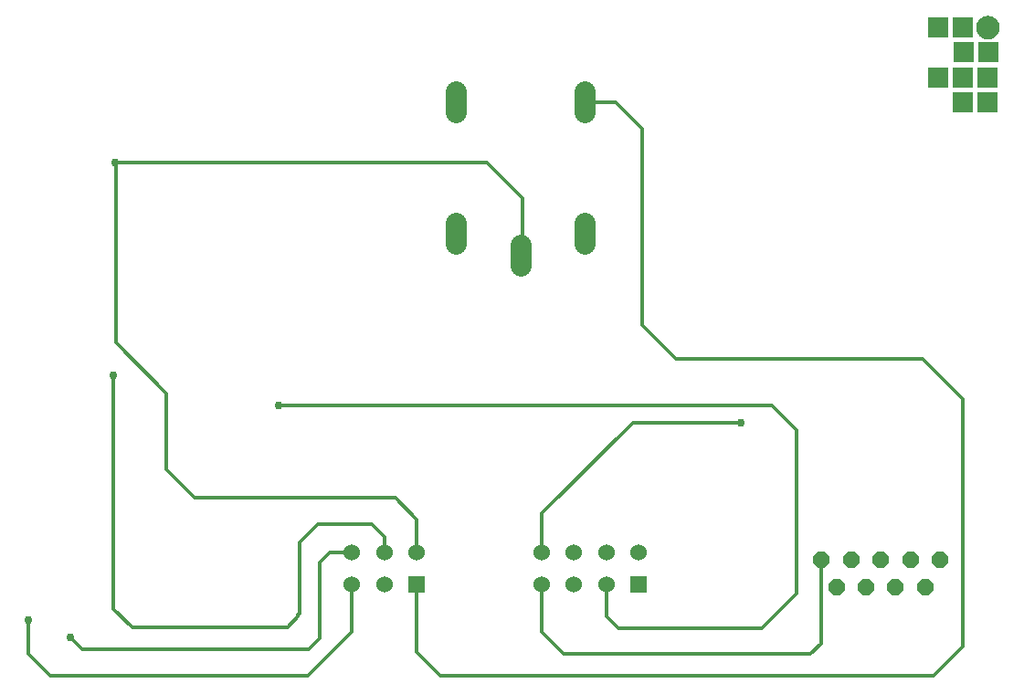
<source format=gbr>
G04 EAGLE Gerber RS-274X export*
G75*
%MOMM*%
%FSLAX34Y34*%
%LPD*%
%INBottom Copper*%
%IPPOS*%
%AMOC8*
5,1,8,0,0,1.08239X$1,22.5*%
G01*
%ADD10R,1.920000X1.940000*%
%ADD11C,0.500000*%
%ADD12P,1.649562X8X202.500000*%
%ADD13C,1.530000*%
%ADD14R,1.530000X1.530000*%
%ADD15C,1.981200*%
%ADD16C,0.756400*%
%ADD17C,0.304800*%


D10*
X929453Y592995D03*
X929253Y569995D03*
X929253Y546795D03*
D11*
X920877Y615895D02*
X920880Y616101D01*
X920887Y616306D01*
X920900Y616511D01*
X920917Y616716D01*
X920940Y616920D01*
X920968Y617124D01*
X921000Y617327D01*
X921038Y617529D01*
X921081Y617730D01*
X921128Y617930D01*
X921180Y618129D01*
X921238Y618326D01*
X921300Y618522D01*
X921367Y618717D01*
X921438Y618909D01*
X921515Y619100D01*
X921596Y619289D01*
X921681Y619476D01*
X921771Y619661D01*
X921866Y619843D01*
X921965Y620024D01*
X922069Y620201D01*
X922177Y620376D01*
X922289Y620548D01*
X922405Y620718D01*
X922525Y620885D01*
X922650Y621048D01*
X922778Y621209D01*
X922911Y621366D01*
X923047Y621520D01*
X923187Y621671D01*
X923330Y621818D01*
X923477Y621961D01*
X923628Y622101D01*
X923782Y622237D01*
X923939Y622370D01*
X924100Y622498D01*
X924263Y622623D01*
X924430Y622743D01*
X924600Y622859D01*
X924772Y622971D01*
X924947Y623079D01*
X925124Y623183D01*
X925305Y623282D01*
X925487Y623377D01*
X925672Y623467D01*
X925859Y623552D01*
X926048Y623633D01*
X926239Y623710D01*
X926431Y623781D01*
X926626Y623848D01*
X926822Y623910D01*
X927019Y623968D01*
X927218Y624020D01*
X927418Y624067D01*
X927619Y624110D01*
X927821Y624148D01*
X928024Y624180D01*
X928228Y624208D01*
X928432Y624231D01*
X928637Y624248D01*
X928842Y624261D01*
X929047Y624268D01*
X929253Y624271D01*
X929459Y624268D01*
X929664Y624261D01*
X929869Y624248D01*
X930074Y624231D01*
X930278Y624208D01*
X930482Y624180D01*
X930685Y624148D01*
X930887Y624110D01*
X931088Y624067D01*
X931288Y624020D01*
X931487Y623968D01*
X931684Y623910D01*
X931880Y623848D01*
X932075Y623781D01*
X932267Y623710D01*
X932458Y623633D01*
X932647Y623552D01*
X932834Y623467D01*
X933019Y623377D01*
X933201Y623282D01*
X933382Y623183D01*
X933559Y623079D01*
X933734Y622971D01*
X933906Y622859D01*
X934076Y622743D01*
X934243Y622623D01*
X934406Y622498D01*
X934567Y622370D01*
X934724Y622237D01*
X934878Y622101D01*
X935029Y621961D01*
X935176Y621818D01*
X935319Y621671D01*
X935459Y621520D01*
X935595Y621366D01*
X935728Y621209D01*
X935856Y621048D01*
X935981Y620885D01*
X936101Y620718D01*
X936217Y620548D01*
X936329Y620376D01*
X936437Y620201D01*
X936541Y620024D01*
X936640Y619843D01*
X936735Y619661D01*
X936825Y619476D01*
X936910Y619289D01*
X936991Y619100D01*
X937068Y618909D01*
X937139Y618717D01*
X937206Y618522D01*
X937268Y618326D01*
X937326Y618129D01*
X937378Y617930D01*
X937425Y617730D01*
X937468Y617529D01*
X937506Y617327D01*
X937538Y617124D01*
X937566Y616920D01*
X937589Y616716D01*
X937606Y616511D01*
X937619Y616306D01*
X937626Y616101D01*
X937629Y615895D01*
X937626Y615689D01*
X937619Y615484D01*
X937606Y615279D01*
X937589Y615074D01*
X937566Y614870D01*
X937538Y614666D01*
X937506Y614463D01*
X937468Y614261D01*
X937425Y614060D01*
X937378Y613860D01*
X937326Y613661D01*
X937268Y613464D01*
X937206Y613268D01*
X937139Y613073D01*
X937068Y612881D01*
X936991Y612690D01*
X936910Y612501D01*
X936825Y612314D01*
X936735Y612129D01*
X936640Y611947D01*
X936541Y611766D01*
X936437Y611589D01*
X936329Y611414D01*
X936217Y611242D01*
X936101Y611072D01*
X935981Y610905D01*
X935856Y610742D01*
X935728Y610581D01*
X935595Y610424D01*
X935459Y610270D01*
X935319Y610119D01*
X935176Y609972D01*
X935029Y609829D01*
X934878Y609689D01*
X934724Y609553D01*
X934567Y609420D01*
X934406Y609292D01*
X934243Y609167D01*
X934076Y609047D01*
X933906Y608931D01*
X933734Y608819D01*
X933559Y608711D01*
X933382Y608607D01*
X933201Y608508D01*
X933019Y608413D01*
X932834Y608323D01*
X932647Y608238D01*
X932458Y608157D01*
X932267Y608080D01*
X932075Y608009D01*
X931880Y607942D01*
X931684Y607880D01*
X931487Y607822D01*
X931288Y607770D01*
X931088Y607723D01*
X930887Y607680D01*
X930685Y607642D01*
X930482Y607610D01*
X930278Y607582D01*
X930074Y607559D01*
X929869Y607542D01*
X929664Y607529D01*
X929459Y607522D01*
X929253Y607519D01*
X929047Y607522D01*
X928842Y607529D01*
X928637Y607542D01*
X928432Y607559D01*
X928228Y607582D01*
X928024Y607610D01*
X927821Y607642D01*
X927619Y607680D01*
X927418Y607723D01*
X927218Y607770D01*
X927019Y607822D01*
X926822Y607880D01*
X926626Y607942D01*
X926431Y608009D01*
X926239Y608080D01*
X926048Y608157D01*
X925859Y608238D01*
X925672Y608323D01*
X925487Y608413D01*
X925305Y608508D01*
X925124Y608607D01*
X924947Y608711D01*
X924772Y608819D01*
X924600Y608931D01*
X924430Y609047D01*
X924263Y609167D01*
X924100Y609292D01*
X923939Y609420D01*
X923782Y609553D01*
X923628Y609689D01*
X923477Y609829D01*
X923330Y609972D01*
X923187Y610119D01*
X923047Y610270D01*
X922911Y610424D01*
X922778Y610581D01*
X922650Y610742D01*
X922525Y610905D01*
X922405Y611072D01*
X922289Y611242D01*
X922177Y611414D01*
X922069Y611589D01*
X921965Y611766D01*
X921866Y611947D01*
X921771Y612129D01*
X921681Y612314D01*
X921596Y612501D01*
X921515Y612690D01*
X921438Y612881D01*
X921367Y613073D01*
X921300Y613268D01*
X921238Y613464D01*
X921180Y613661D01*
X921128Y613860D01*
X921081Y614060D01*
X921038Y614261D01*
X921000Y614463D01*
X920968Y614666D01*
X920940Y614870D01*
X920917Y615074D01*
X920900Y615279D01*
X920887Y615484D01*
X920880Y615689D01*
X920877Y615895D01*
X925695Y616095D02*
X925697Y616217D01*
X925703Y616340D01*
X925713Y616461D01*
X925727Y616583D01*
X925745Y616704D01*
X925766Y616824D01*
X925792Y616944D01*
X925822Y617063D01*
X925855Y617180D01*
X925892Y617297D01*
X925933Y617412D01*
X925978Y617526D01*
X926027Y617638D01*
X926079Y617749D01*
X926134Y617858D01*
X926193Y617965D01*
X926256Y618070D01*
X926322Y618173D01*
X926391Y618274D01*
X926464Y618373D01*
X926540Y618469D01*
X926618Y618562D01*
X926700Y618653D01*
X926785Y618741D01*
X926872Y618827D01*
X926963Y618909D01*
X927056Y618989D01*
X927151Y619066D01*
X927249Y619139D01*
X927349Y619209D01*
X927452Y619276D01*
X927556Y619339D01*
X927663Y619399D01*
X927771Y619456D01*
X927882Y619509D01*
X927994Y619558D01*
X928107Y619604D01*
X928222Y619646D01*
X928338Y619684D01*
X928456Y619718D01*
X928574Y619749D01*
X928694Y619775D01*
X928814Y619798D01*
X928935Y619817D01*
X929056Y619832D01*
X929178Y619843D01*
X929300Y619850D01*
X929422Y619853D01*
X929545Y619852D01*
X929667Y619847D01*
X929789Y619838D01*
X929911Y619825D01*
X930032Y619808D01*
X930152Y619787D01*
X930272Y619763D01*
X930391Y619734D01*
X930509Y619702D01*
X930626Y619665D01*
X930742Y619625D01*
X930856Y619581D01*
X930968Y619534D01*
X931080Y619483D01*
X931189Y619428D01*
X931297Y619370D01*
X931402Y619308D01*
X931506Y619243D01*
X931607Y619174D01*
X931706Y619103D01*
X931803Y619028D01*
X931897Y618950D01*
X931989Y618869D01*
X932078Y618785D01*
X932164Y618698D01*
X932247Y618608D01*
X932327Y618516D01*
X932405Y618421D01*
X932479Y618324D01*
X932550Y618224D01*
X932617Y618122D01*
X932682Y618018D01*
X932743Y617912D01*
X932800Y617804D01*
X932854Y617694D01*
X932904Y617582D01*
X932951Y617469D01*
X932994Y617355D01*
X933033Y617239D01*
X933068Y617122D01*
X933100Y617003D01*
X933127Y616884D01*
X933151Y616764D01*
X933171Y616644D01*
X933187Y616522D01*
X933199Y616401D01*
X933207Y616278D01*
X933211Y616156D01*
X933211Y616034D01*
X933207Y615912D01*
X933199Y615789D01*
X933187Y615668D01*
X933171Y615546D01*
X933151Y615426D01*
X933127Y615306D01*
X933100Y615187D01*
X933068Y615068D01*
X933033Y614951D01*
X932994Y614835D01*
X932951Y614721D01*
X932904Y614608D01*
X932854Y614496D01*
X932800Y614386D01*
X932743Y614278D01*
X932682Y614172D01*
X932617Y614068D01*
X932550Y613966D01*
X932479Y613866D01*
X932405Y613769D01*
X932327Y613674D01*
X932247Y613582D01*
X932164Y613492D01*
X932078Y613405D01*
X931989Y613321D01*
X931897Y613240D01*
X931803Y613162D01*
X931706Y613087D01*
X931607Y613016D01*
X931506Y612947D01*
X931402Y612882D01*
X931297Y612820D01*
X931189Y612762D01*
X931080Y612707D01*
X930968Y612656D01*
X930856Y612609D01*
X930742Y612565D01*
X930626Y612525D01*
X930509Y612488D01*
X930391Y612456D01*
X930272Y612427D01*
X930152Y612403D01*
X930032Y612382D01*
X929911Y612365D01*
X929789Y612352D01*
X929667Y612343D01*
X929545Y612338D01*
X929422Y612337D01*
X929300Y612340D01*
X929178Y612347D01*
X929056Y612358D01*
X928935Y612373D01*
X928814Y612392D01*
X928694Y612415D01*
X928574Y612441D01*
X928456Y612472D01*
X928338Y612506D01*
X928222Y612544D01*
X928107Y612586D01*
X927994Y612632D01*
X927882Y612681D01*
X927771Y612734D01*
X927663Y612791D01*
X927556Y612851D01*
X927452Y612914D01*
X927349Y612981D01*
X927249Y613051D01*
X927151Y613124D01*
X927056Y613201D01*
X926963Y613281D01*
X926872Y613363D01*
X926785Y613449D01*
X926700Y613537D01*
X926618Y613628D01*
X926540Y613721D01*
X926464Y613817D01*
X926391Y613916D01*
X926322Y614017D01*
X926256Y614120D01*
X926193Y614225D01*
X926134Y614332D01*
X926079Y614441D01*
X926027Y614552D01*
X925978Y614664D01*
X925933Y614778D01*
X925892Y614893D01*
X925855Y615010D01*
X925822Y615127D01*
X925792Y615246D01*
X925766Y615366D01*
X925745Y615486D01*
X925727Y615607D01*
X925713Y615729D01*
X925703Y615850D01*
X925697Y615973D01*
X925695Y616095D01*
X928821Y616295D02*
X928823Y616345D01*
X928829Y616394D01*
X928838Y616443D01*
X928852Y616490D01*
X928869Y616537D01*
X928890Y616582D01*
X928914Y616625D01*
X928942Y616666D01*
X928972Y616705D01*
X929006Y616742D01*
X929043Y616776D01*
X929082Y616806D01*
X929123Y616834D01*
X929166Y616858D01*
X929211Y616879D01*
X929258Y616896D01*
X929305Y616910D01*
X929354Y616919D01*
X929403Y616925D01*
X929453Y616927D01*
X929503Y616925D01*
X929552Y616919D01*
X929601Y616910D01*
X929648Y616896D01*
X929695Y616879D01*
X929740Y616858D01*
X929783Y616834D01*
X929824Y616806D01*
X929863Y616776D01*
X929900Y616742D01*
X929934Y616705D01*
X929964Y616666D01*
X929992Y616625D01*
X930016Y616582D01*
X930037Y616537D01*
X930054Y616490D01*
X930068Y616443D01*
X930077Y616394D01*
X930083Y616345D01*
X930085Y616295D01*
X930083Y616245D01*
X930077Y616196D01*
X930068Y616147D01*
X930054Y616100D01*
X930037Y616053D01*
X930016Y616008D01*
X929992Y615965D01*
X929964Y615924D01*
X929934Y615885D01*
X929900Y615848D01*
X929863Y615814D01*
X929824Y615784D01*
X929783Y615756D01*
X929740Y615732D01*
X929695Y615711D01*
X929648Y615694D01*
X929601Y615680D01*
X929552Y615671D01*
X929503Y615665D01*
X929453Y615663D01*
X929403Y615665D01*
X929354Y615671D01*
X929305Y615680D01*
X929258Y615694D01*
X929211Y615711D01*
X929166Y615732D01*
X929123Y615756D01*
X929082Y615784D01*
X929043Y615814D01*
X929006Y615848D01*
X928972Y615885D01*
X928942Y615924D01*
X928914Y615965D01*
X928890Y616008D01*
X928869Y616053D01*
X928852Y616100D01*
X928838Y616147D01*
X928829Y616196D01*
X928823Y616245D01*
X928821Y616295D01*
D10*
X906453Y592995D03*
X906253Y615995D03*
X906253Y569995D03*
X906253Y546795D03*
X883453Y615795D03*
X883453Y569795D03*
D12*
X884864Y122700D03*
X857432Y122700D03*
X830000Y122700D03*
X802568Y122700D03*
X775136Y122700D03*
X871148Y97300D03*
X843716Y97300D03*
X816284Y97300D03*
X788852Y97300D03*
D13*
X575622Y99652D03*
X575622Y129652D03*
X545622Y99652D03*
X545622Y129652D03*
D14*
X605622Y99652D03*
D13*
X515622Y99652D03*
X605622Y129652D03*
X515622Y129652D03*
D14*
X400000Y99420D03*
D13*
X400000Y129420D03*
X370000Y99420D03*
X340000Y99420D03*
X370000Y129420D03*
X340000Y129420D03*
D15*
X496000Y394844D02*
X496000Y414656D01*
X555690Y415164D02*
X555690Y434976D01*
X436310Y434976D02*
X436310Y415164D01*
X436310Y537084D02*
X436310Y556896D01*
X555690Y556896D02*
X555690Y537084D01*
D16*
X272000Y266000D03*
D17*
X729000Y266000D01*
X752000Y243000D02*
X752000Y91000D01*
X720000Y59000D01*
X575622Y70378D02*
X575622Y99652D01*
X729000Y266000D02*
X752000Y243000D01*
X720000Y59000D02*
X587000Y59000D01*
X575622Y70378D01*
X515622Y129652D02*
X515622Y165622D01*
X600000Y250000D01*
X700000Y250000D01*
D16*
X700000Y250000D03*
D17*
X515622Y99652D02*
X515622Y55378D01*
X536000Y35000D01*
X765000Y35000D01*
X775000Y45000D01*
X775000Y122564D02*
X775136Y122700D01*
X775000Y122564D02*
X775000Y45000D01*
X340000Y56000D02*
X340000Y99420D01*
X40000Y67000D02*
X40000Y35000D01*
D16*
X40000Y67000D03*
D17*
X299000Y15000D02*
X340000Y56000D01*
X299000Y15000D02*
X60000Y15000D01*
X40000Y35000D01*
X380000Y180000D02*
X400000Y160000D01*
X400000Y129420D01*
X380000Y180000D02*
X194000Y180000D01*
D16*
X120000Y491000D03*
D17*
X121000Y490000D01*
X121000Y324000D01*
X168000Y277000D02*
X168000Y206000D01*
X194000Y180000D01*
X168000Y277000D02*
X121000Y324000D01*
X465000Y491000D02*
X498000Y458000D01*
X498000Y406750D01*
X496000Y404750D01*
X465000Y491000D02*
X120000Y491000D01*
X319420Y129420D02*
X340000Y129420D01*
X319420Y129420D02*
X310000Y120000D01*
X310000Y50000D01*
X300000Y40000D01*
X90000Y40000D01*
X79000Y51000D01*
D16*
X79000Y51000D03*
D17*
X400000Y37000D02*
X400000Y99420D01*
X400000Y37000D02*
X422000Y15000D01*
X879000Y15000D02*
X906000Y42000D01*
X906000Y272000D01*
X879000Y15000D02*
X422000Y15000D01*
X869000Y309000D02*
X906000Y272000D01*
X869000Y309000D02*
X640000Y309000D01*
X609000Y340000D02*
X609000Y522000D01*
X584010Y546990D01*
X555690Y546990D01*
X609000Y340000D02*
X640000Y309000D01*
X370000Y144000D02*
X370000Y129420D01*
X291000Y139000D02*
X291000Y73000D01*
X290000Y72000D01*
X290000Y70000D01*
X280000Y60000D01*
X136000Y60000D01*
X119000Y77000D01*
D16*
X119000Y294000D03*
D17*
X119000Y77000D01*
X291000Y139000D02*
X308000Y156000D01*
X358000Y156000D02*
X370000Y144000D01*
X358000Y156000D02*
X308000Y156000D01*
M02*

</source>
